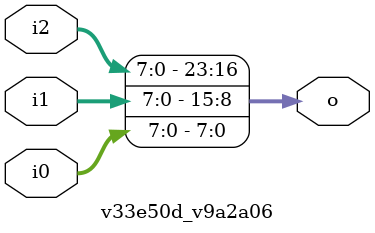
<source format=v>
module v33e50d_v9a2a06 (
 input [7:0] i2,
 input [7:0] i1,
 input [7:0] i0,
 output [23:0] o
);
 assign o = {i2, i1, i0};
endmodule
</source>
